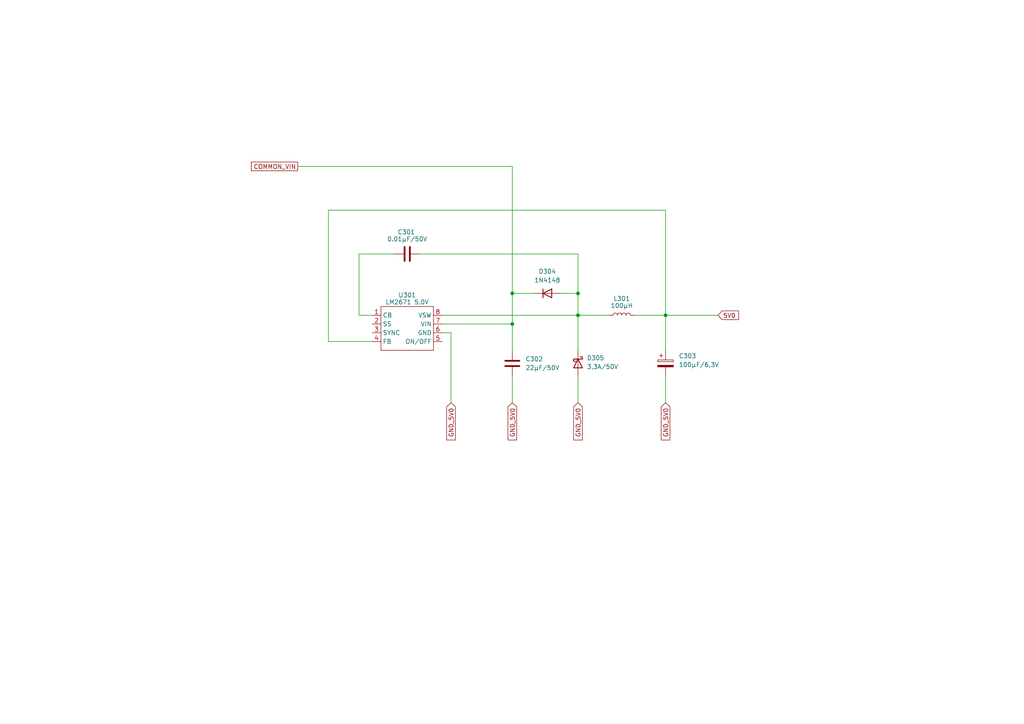
<source format=kicad_sch>
(kicad_sch (version 20250114) (generator "eeschema") (generator_version "9.0")
  (paper "A4")
  (lib_symbols
    (symbol "Code99_VREG:LM2671"
      (property "Reference" "U" (at 0 7.62 0))
      (symbol "LM2671_0_1"
        (rectangle (start -7.62 6.35) (end 7.62 -6.35))
      )
      (symbol "LM2671_1_1"
        (pin passive line (at -10.16 3.81 0) (length 2.54) (name "CB") (number "1"))
        (pin passive line (at -10.16 1.27 0) (length 2.54) (name "SS") (number "2"))
        (pin passive line (at -10.16 -1.27 0) (length 2.54) (name "SYNC") (number "3"))
        (pin passive line (at -10.16 -3.81 0) (length 2.54) (name "FB") (number "4"))
        (pin passive line (at 10.16 3.81 180) (length 2.54) (name "VSW") (number "8"))
        (pin passive line (at 10.16 1.27 180) (length 2.54) (name "VIN") (number "7"))
        (pin passive line (at 10.16 -1.27 180) (length 2.54) (name "GND") (number "6"))
        (pin passive line (at 10.16 -3.81 180) (length 2.54) (name "ON/OFF") (number "5"))
      )
    )
    (symbol "Device:C" (pin_numbers (hide yes)) (pin_names (offset 0.254))
      (property "Reference" "C" (at 0.635 2.54 0))
      (property "Value" "C" (at 0.635 -2.54 0))
      (symbol "C_0_1"
        (polyline (pts (xy -2.032 0.762) (xy 2.032 0.762)) (stroke (width 0.508)))
        (polyline (pts (xy -2.032 -0.762) (xy 2.032 -0.762)) (stroke (width 0.508)))
      )
      (symbol "C_1_1"
        (pin passive line (at 0 3.81 270) (length 2.794) (name "~") (number "1"))
        (pin passive line (at 0 -3.81 90) (length 2.794) (name "~") (number "2"))
      )
    )
    (symbol "Device:C_Polarized" (pin_numbers (hide yes)) (pin_names (offset 0.254))
      (property "Reference" "C" (at 0.635 2.54 0))
      (property "Value" "C_Polarized" (at 0.635 -2.54 0))
      (symbol "C_Polarized_0_1"
        (rectangle (start -2.286 0.508) (end 2.286 1.016))
        (polyline (pts (xy -1.778 2.286) (xy -0.762 2.286)))
        (polyline (pts (xy -1.27 2.794) (xy -1.27 1.778)))
        (rectangle (start 2.286 -0.508) (end -2.286 -1.016) (fill (type outline)))
      )
      (symbol "C_Polarized_1_1"
        (pin passive line (at 0 3.81 270) (length 2.794) (name "~") (number "1"))
        (pin passive line (at 0 -3.81 90) (length 2.794) (name "~") (number "2"))
      )
    )
    (symbol "Device:D_Schottky" (pin_numbers (hide yes)) (pin_names (offset 1.016) (hide yes))
      (property "Reference" "D" (at 0 2.54 0))
      (property "Value" "D_Schottky" (at 0 -2.54 0))
      (symbol "D_Schottky_0_1"
        (polyline (pts (xy -1.905 0.635) (xy -1.905 1.27) (xy -1.27 1.27) (xy -1.27 -1.27) (xy -0.635 -1.27) (xy -0.635 -0.635)) (stroke (width 0.254)))
        (polyline (pts (xy 1.27 1.27) (xy 1.27 -1.27) (xy -1.27 0) (xy 1.27 1.27)) (stroke (width 0.254)))
        (polyline (pts (xy 1.27 0) (xy -1.27 0)))
      )
      (symbol "D_Schottky_1_1"
        (pin passive line (at -3.81 0 0) (length 2.54) (name "K") (number "1"))
        (pin passive line (at 3.81 0 180) (length 2.54) (name "A") (number "2"))
      )
    )
    (symbol "Device:L" (pin_numbers (hide yes)) (pin_names (offset 1.016) (hide yes))
      (property "Reference" "L" (at -1.27 0 90))
      (property "Value" "L" (at 1.905 0 90))
      (symbol "L_0_1"
        (arc (start 0 2.54) (mid 0.6323 1.905) (end 0 1.27))
        (arc (start 0 1.27) (mid 0.6323 0.635) (end 0 0))
        (arc (start 0 0) (mid 0.6323 -0.635) (end 0 -1.27))
        (arc (start 0 -1.27) (mid 0.6323 -1.905) (end 0 -2.54))
      )
      (symbol "L_1_1"
        (pin passive line (at 0 3.81 270) (length 1.27) (name "1") (number "1"))
        (pin passive line (at 0 -3.81 90) (length 1.27) (name "2") (number "2"))
      )
    )
    (symbol "Diode:1N4148WT" (pin_numbers (hide yes)) (pin_names (hide yes))
      (property "Reference" "D" (at 0 2.54 0))
      (property "Value" "1N4148WT" (at 0 -2.54 0))
      (symbol "1N4148WT_0_1"
        (polyline (pts (xy -1.27 1.27) (xy -1.27 -1.27)) (stroke (width 0.254)))
        (polyline (pts (xy 1.27 1.27) (xy 1.27 -1.27) (xy -1.27 0) (xy 1.27 1.27)) (stroke (width 0.254)))
        (polyline (pts (xy 1.27 0) (xy -1.27 0)))
      )
      (symbol "1N4148WT_1_1"
        (pin passive line (at -3.81 0 0) (length 2.54) (name "K") (number "1"))
        (pin passive line (at 3.81 0 180) (length 2.54) (name "A") (number "2"))
      )
    )
  )
  (junction (at 148.59 85.09))
  (junction (at 167.64 91.44))
  (junction (at 193.04 91.44))
  (junction (at 148.59 93.98))
  (junction (at 167.64 85.09))
  (wire (pts (xy 128.27 91.44) (xy 167.64 91.44)))
  (wire (pts (xy 95.25 99.06) (xy 95.25 60.96)))
  (wire (pts (xy 86.36 48.26) (xy 148.59 48.26)))
  (wire (pts (xy 167.64 91.44) (xy 167.64 101.6)))
  (wire (pts (xy 128.27 93.98) (xy 148.59 93.98)))
  (wire (pts (xy 167.64 85.09) (xy 167.64 73.66)))
  (wire (pts (xy 121.92 73.66) (xy 167.64 73.66)))
  (wire (pts (xy 167.64 91.44) (xy 176.53 91.44)))
  (wire (pts (xy 148.59 85.09) (xy 154.94 85.09)))
  (wire (pts (xy 148.59 85.09) (xy 148.59 93.98)))
  (wire (pts (xy 148.59 109.22) (xy 148.59 116.84)))
  (wire (pts (xy 167.64 91.44) (xy 167.64 85.09)))
  (wire (pts (xy 167.64 109.22) (xy 167.64 116.84)))
  (wire (pts (xy 148.59 93.98) (xy 148.59 101.6)))
  (wire (pts (xy 193.04 91.44) (xy 208.28 91.44)))
  (wire (pts (xy 95.25 60.96) (xy 193.04 60.96)))
  (wire (pts (xy 104.14 73.66) (xy 104.14 91.44)))
  (wire (pts (xy 130.81 116.84) (xy 130.81 96.52)))
  (wire (pts (xy 193.04 109.22) (xy 193.04 116.84)))
  (wire (pts (xy 107.95 99.06) (xy 95.25 99.06)))
  (wire (pts (xy 193.04 60.96) (xy 193.04 91.44)))
  (wire (pts (xy 193.04 91.44) (xy 193.04 101.6)))
  (wire (pts (xy 148.59 85.09) (xy 148.59 48.26)))
  (wire (pts (xy 104.14 91.44) (xy 107.95 91.44)))
  (wire (pts (xy 104.14 73.66) (xy 114.3 73.66)))
  (wire (pts (xy 130.81 96.52) (xy 128.27 96.52)))
  (wire (pts (xy 162.56 85.09) (xy 167.64 85.09)))
  (wire (pts (xy 184.15 91.44) (xy 193.04 91.44)))
  (global_label "GND_5V0" (shape input) (at 193.04 116.84 270) (property "Intersheetrefs" "${INTERSHEET_REFS}" (effects (hide yes))))
  (global_label "5V0" (shape input) (at 208.28 91.44 0) (property "Intersheetrefs" "${INTERSHEET_REFS}" (effects (hide yes))))
  (global_label "GND_5V0" (shape input) (at 148.59 116.84 270) (property "Intersheetrefs" "${INTERSHEET_REFS}" (effects (hide yes))))
  (global_label "COMMON_VIN" (shape passive) (at 86.36 48.26 180) (property "Intersheetrefs" "${INTERSHEET_REFS}" (effects (hide yes))))
  (global_label "GND_5V0" (shape input) (at 130.81 116.84 270) (property "Intersheetrefs" "${INTERSHEET_REFS}" (effects (hide yes))))
  (global_label "GND_5V0" (shape input) (at 167.64 116.84 270) (property "Intersheetrefs" "${INTERSHEET_REFS}" (effects (hide yes))))
  (symbol (lib_id "Device:C_Polarized") (at 193.04 105.41 0) (unit 1)
    (property "Reference" "C303" (at 196.85 103.2509 0) (effects (justify left)))
    (property "Value" "100µF/6,3V" (at 196.85 105.7909 0) (effects (justify left)))
    (property "Footprint" "Capacitor_SMD:CP_Elec_10x12.6" (effects (hide yes)))
    (property "Description" "Polarized capacitor" (effects (hide yes)))
    (property "Mouser" "667-EEE-FC0J470R" (effects (hide yes)))
    (property "Panasonic" "EEE-FC0J470R" (effects (hide yes)))
    (property "Approved" "Approved" (effects (hide yes)))
  )
  (symbol (lib_id "Device:L") (at 180.34 91.44 90) (unit 1)
    (property "Reference" "L301" (at 180.34 86.614 90))
    (property "Value" "100µH" (at 180.34 88.646 90))
    (property "Footprint" "Inductor_SMD:L_Murata_LQH55DN_5.7x5.0mm" (effects (hide yes)))
    (property "Description" "Inductor" (effects (hide yes)))
    (property "Mouser" "851-RCR110DNP-680L " (effects (hide yes)))
    (property "Sumida" "RCR110DNP-680L" (effects (hide yes)))
    (property "Approved" "Approved" (effects (hide yes)))
  )
  (symbol (lib_id "Diode:1N4148WT") (at 158.75 85.09 0) (unit 1)
    (property "Reference" "D304" (at 158.75 78.74 0))
    (property "Value" "1N4148" (at 158.75 81.28 0))
    (property "Footprint" "Diode_SMD:D_SOD-523" (effects (hide yes)))
    (property "Datasheet" "https://www.diodes.com/assets/Datasheets/ds30396.pdf" (effects (hide yes)))
    (property "Description" "75V 0.15A Fast switching Diode, SOD-523" (effects (hide yes)))
    (property "Sim.Device" "D" (effects (hide yes)))
    (property "Sim.Pins" "1=K 2=A" (effects (hide yes)))
    (property "Mouser" "78-1N4148WS-HE3_A-18 " (effects (hide yes)))
    (property "Vishay" "1N4148WS-HE3_A-18" (effects (hide yes)))
    (property "Approved" "Approved" (effects (hide yes)))
  )
  (symbol (lib_id "Device:D_Schottky") (at 167.64 105.41 270) (unit 1)
    (property "Reference" "D305" (at 170.18 103.8224 90) (effects (justify left)))
    (property "Value" "3,3A/50V" (at 170.18 106.3624 90) (effects (justify left)))
    (property "Footprint" "Diode_SMD:D_SOD-323" (effects (hide yes)))
    (property "Description" "Schottky diode" (effects (hide yes)))
    (property "Mouser" "78-VSSAF3N50-M36A" (effects (hide yes)))
    (property "Vishay" " VSSAF3N50-M3/6A " (effects (hide yes)))
    (property "Approved" "Approved" (effects (hide yes)))
  )
  (symbol (lib_id "Device:C") (at 148.59 105.41 0) (unit 1)
    (property "Reference" "C302" (at 152.4 104.1399 0) (effects (justify left)))
    (property "Value" "22µF/50V" (at 152.4 106.6799 0) (effects (justify left)))
    (property "Description" "Unpolarized capacitor" (effects (hide yes)))
    (property "Mouser" "581-TCJD226M050R090E " (effects (hide yes)))
    (property "Kyocera" "TCJD226M050R0090E" (effects (hide yes)))
    (property "Approved" "Approved" (effects (hide yes)))
  )
  (symbol (lib_id "Device:C") (at 118.11 73.66 270) (unit 1)
    (property "Reference" "C301" (at 117.856 67.31 90))
    (property "Value" "0.01µF/50V" (at 118.11 69.342 90))
    (property "Footprint" "Capacitor_SMD:C_1206_3216Metric" (effects (hide yes)))
    (property "Description" "Unpolarized capacitor" (effects (hide yes)))
    (property "Mouser" "77-VJ0402Y103KCAAC " (effects (hide yes)))
    (property "Vishay" "VJ0402Y103KCAAC " (effects (hide yes)))
    (property "Info" "Ceramic" (effects (hide yes)))
    (property "Approved" "Approved" (effects (hide yes)))
  )
  (symbol (lib_id "Code99_VREG:LM2671") (at 118.11 95.25 0) (unit 1)
    (property "Reference" "U301" (at 118.11 85.598 0))
    (property "Value" "LM2671 5.0V" (at 118.11 87.63 0))
    (property "Footprint" "Package_SO:SOIC-8_5.3x5.3mm_P1.27mm" (effects (hide yes)))
    (property "Mouser" "926-LM2671M-5.0/NOPB " (effects (hide yes)))
    (property "Texas Instruments" "LM2671M-5.0/NOPB" (effects (hide yes)))
    (property "Approved" "Approved" (effects (hide yes)))
  )
)
</source>
